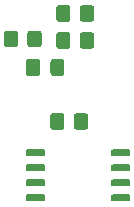
<source format=gbr>
G04 #@! TF.GenerationSoftware,KiCad,Pcbnew,5.1.5+dfsg1-2build2*
G04 #@! TF.CreationDate,2022-11-08T07:38:21+00:00*
G04 #@! TF.ProjectId,link-up-serial,6c696e6b-2d75-4702-9d73-657269616c2e,rev?*
G04 #@! TF.SameCoordinates,Original*
G04 #@! TF.FileFunction,Paste,Top*
G04 #@! TF.FilePolarity,Positive*
%FSLAX46Y46*%
G04 Gerber Fmt 4.6, Leading zero omitted, Abs format (unit mm)*
G04 Created by KiCad (PCBNEW 5.1.5+dfsg1-2build2) date 2022-11-08 07:38:21*
%MOMM*%
%LPD*%
G04 APERTURE LIST*
%ADD10C,0.100000*%
G04 APERTURE END LIST*
D10*
G36*
X111452703Y-115397722D02*
G01*
X111467264Y-115399882D01*
X111481543Y-115403459D01*
X111495403Y-115408418D01*
X111508710Y-115414712D01*
X111521336Y-115422280D01*
X111533159Y-115431048D01*
X111544066Y-115440934D01*
X111553952Y-115451841D01*
X111562720Y-115463664D01*
X111570288Y-115476290D01*
X111576582Y-115489597D01*
X111581541Y-115503457D01*
X111585118Y-115517736D01*
X111587278Y-115532297D01*
X111588000Y-115547000D01*
X111588000Y-115847000D01*
X111587278Y-115861703D01*
X111585118Y-115876264D01*
X111581541Y-115890543D01*
X111576582Y-115904403D01*
X111570288Y-115917710D01*
X111562720Y-115930336D01*
X111553952Y-115942159D01*
X111544066Y-115953066D01*
X111533159Y-115962952D01*
X111521336Y-115971720D01*
X111508710Y-115979288D01*
X111495403Y-115985582D01*
X111481543Y-115990541D01*
X111467264Y-115994118D01*
X111452703Y-115996278D01*
X111438000Y-115997000D01*
X110138000Y-115997000D01*
X110123297Y-115996278D01*
X110108736Y-115994118D01*
X110094457Y-115990541D01*
X110080597Y-115985582D01*
X110067290Y-115979288D01*
X110054664Y-115971720D01*
X110042841Y-115962952D01*
X110031934Y-115953066D01*
X110022048Y-115942159D01*
X110013280Y-115930336D01*
X110005712Y-115917710D01*
X109999418Y-115904403D01*
X109994459Y-115890543D01*
X109990882Y-115876264D01*
X109988722Y-115861703D01*
X109988000Y-115847000D01*
X109988000Y-115547000D01*
X109988722Y-115532297D01*
X109990882Y-115517736D01*
X109994459Y-115503457D01*
X109999418Y-115489597D01*
X110005712Y-115476290D01*
X110013280Y-115463664D01*
X110022048Y-115451841D01*
X110031934Y-115440934D01*
X110042841Y-115431048D01*
X110054664Y-115422280D01*
X110067290Y-115414712D01*
X110080597Y-115408418D01*
X110094457Y-115403459D01*
X110108736Y-115399882D01*
X110123297Y-115397722D01*
X110138000Y-115397000D01*
X111438000Y-115397000D01*
X111452703Y-115397722D01*
G37*
G36*
X111452703Y-116667722D02*
G01*
X111467264Y-116669882D01*
X111481543Y-116673459D01*
X111495403Y-116678418D01*
X111508710Y-116684712D01*
X111521336Y-116692280D01*
X111533159Y-116701048D01*
X111544066Y-116710934D01*
X111553952Y-116721841D01*
X111562720Y-116733664D01*
X111570288Y-116746290D01*
X111576582Y-116759597D01*
X111581541Y-116773457D01*
X111585118Y-116787736D01*
X111587278Y-116802297D01*
X111588000Y-116817000D01*
X111588000Y-117117000D01*
X111587278Y-117131703D01*
X111585118Y-117146264D01*
X111581541Y-117160543D01*
X111576582Y-117174403D01*
X111570288Y-117187710D01*
X111562720Y-117200336D01*
X111553952Y-117212159D01*
X111544066Y-117223066D01*
X111533159Y-117232952D01*
X111521336Y-117241720D01*
X111508710Y-117249288D01*
X111495403Y-117255582D01*
X111481543Y-117260541D01*
X111467264Y-117264118D01*
X111452703Y-117266278D01*
X111438000Y-117267000D01*
X110138000Y-117267000D01*
X110123297Y-117266278D01*
X110108736Y-117264118D01*
X110094457Y-117260541D01*
X110080597Y-117255582D01*
X110067290Y-117249288D01*
X110054664Y-117241720D01*
X110042841Y-117232952D01*
X110031934Y-117223066D01*
X110022048Y-117212159D01*
X110013280Y-117200336D01*
X110005712Y-117187710D01*
X109999418Y-117174403D01*
X109994459Y-117160543D01*
X109990882Y-117146264D01*
X109988722Y-117131703D01*
X109988000Y-117117000D01*
X109988000Y-116817000D01*
X109988722Y-116802297D01*
X109990882Y-116787736D01*
X109994459Y-116773457D01*
X109999418Y-116759597D01*
X110005712Y-116746290D01*
X110013280Y-116733664D01*
X110022048Y-116721841D01*
X110031934Y-116710934D01*
X110042841Y-116701048D01*
X110054664Y-116692280D01*
X110067290Y-116684712D01*
X110080597Y-116678418D01*
X110094457Y-116673459D01*
X110108736Y-116669882D01*
X110123297Y-116667722D01*
X110138000Y-116667000D01*
X111438000Y-116667000D01*
X111452703Y-116667722D01*
G37*
G36*
X111452703Y-117937722D02*
G01*
X111467264Y-117939882D01*
X111481543Y-117943459D01*
X111495403Y-117948418D01*
X111508710Y-117954712D01*
X111521336Y-117962280D01*
X111533159Y-117971048D01*
X111544066Y-117980934D01*
X111553952Y-117991841D01*
X111562720Y-118003664D01*
X111570288Y-118016290D01*
X111576582Y-118029597D01*
X111581541Y-118043457D01*
X111585118Y-118057736D01*
X111587278Y-118072297D01*
X111588000Y-118087000D01*
X111588000Y-118387000D01*
X111587278Y-118401703D01*
X111585118Y-118416264D01*
X111581541Y-118430543D01*
X111576582Y-118444403D01*
X111570288Y-118457710D01*
X111562720Y-118470336D01*
X111553952Y-118482159D01*
X111544066Y-118493066D01*
X111533159Y-118502952D01*
X111521336Y-118511720D01*
X111508710Y-118519288D01*
X111495403Y-118525582D01*
X111481543Y-118530541D01*
X111467264Y-118534118D01*
X111452703Y-118536278D01*
X111438000Y-118537000D01*
X110138000Y-118537000D01*
X110123297Y-118536278D01*
X110108736Y-118534118D01*
X110094457Y-118530541D01*
X110080597Y-118525582D01*
X110067290Y-118519288D01*
X110054664Y-118511720D01*
X110042841Y-118502952D01*
X110031934Y-118493066D01*
X110022048Y-118482159D01*
X110013280Y-118470336D01*
X110005712Y-118457710D01*
X109999418Y-118444403D01*
X109994459Y-118430543D01*
X109990882Y-118416264D01*
X109988722Y-118401703D01*
X109988000Y-118387000D01*
X109988000Y-118087000D01*
X109988722Y-118072297D01*
X109990882Y-118057736D01*
X109994459Y-118043457D01*
X109999418Y-118029597D01*
X110005712Y-118016290D01*
X110013280Y-118003664D01*
X110022048Y-117991841D01*
X110031934Y-117980934D01*
X110042841Y-117971048D01*
X110054664Y-117962280D01*
X110067290Y-117954712D01*
X110080597Y-117948418D01*
X110094457Y-117943459D01*
X110108736Y-117939882D01*
X110123297Y-117937722D01*
X110138000Y-117937000D01*
X111438000Y-117937000D01*
X111452703Y-117937722D01*
G37*
G36*
X111452703Y-119207722D02*
G01*
X111467264Y-119209882D01*
X111481543Y-119213459D01*
X111495403Y-119218418D01*
X111508710Y-119224712D01*
X111521336Y-119232280D01*
X111533159Y-119241048D01*
X111544066Y-119250934D01*
X111553952Y-119261841D01*
X111562720Y-119273664D01*
X111570288Y-119286290D01*
X111576582Y-119299597D01*
X111581541Y-119313457D01*
X111585118Y-119327736D01*
X111587278Y-119342297D01*
X111588000Y-119357000D01*
X111588000Y-119657000D01*
X111587278Y-119671703D01*
X111585118Y-119686264D01*
X111581541Y-119700543D01*
X111576582Y-119714403D01*
X111570288Y-119727710D01*
X111562720Y-119740336D01*
X111553952Y-119752159D01*
X111544066Y-119763066D01*
X111533159Y-119772952D01*
X111521336Y-119781720D01*
X111508710Y-119789288D01*
X111495403Y-119795582D01*
X111481543Y-119800541D01*
X111467264Y-119804118D01*
X111452703Y-119806278D01*
X111438000Y-119807000D01*
X110138000Y-119807000D01*
X110123297Y-119806278D01*
X110108736Y-119804118D01*
X110094457Y-119800541D01*
X110080597Y-119795582D01*
X110067290Y-119789288D01*
X110054664Y-119781720D01*
X110042841Y-119772952D01*
X110031934Y-119763066D01*
X110022048Y-119752159D01*
X110013280Y-119740336D01*
X110005712Y-119727710D01*
X109999418Y-119714403D01*
X109994459Y-119700543D01*
X109990882Y-119686264D01*
X109988722Y-119671703D01*
X109988000Y-119657000D01*
X109988000Y-119357000D01*
X109988722Y-119342297D01*
X109990882Y-119327736D01*
X109994459Y-119313457D01*
X109999418Y-119299597D01*
X110005712Y-119286290D01*
X110013280Y-119273664D01*
X110022048Y-119261841D01*
X110031934Y-119250934D01*
X110042841Y-119241048D01*
X110054664Y-119232280D01*
X110067290Y-119224712D01*
X110080597Y-119218418D01*
X110094457Y-119213459D01*
X110108736Y-119209882D01*
X110123297Y-119207722D01*
X110138000Y-119207000D01*
X111438000Y-119207000D01*
X111452703Y-119207722D01*
G37*
G36*
X104252703Y-119207722D02*
G01*
X104267264Y-119209882D01*
X104281543Y-119213459D01*
X104295403Y-119218418D01*
X104308710Y-119224712D01*
X104321336Y-119232280D01*
X104333159Y-119241048D01*
X104344066Y-119250934D01*
X104353952Y-119261841D01*
X104362720Y-119273664D01*
X104370288Y-119286290D01*
X104376582Y-119299597D01*
X104381541Y-119313457D01*
X104385118Y-119327736D01*
X104387278Y-119342297D01*
X104388000Y-119357000D01*
X104388000Y-119657000D01*
X104387278Y-119671703D01*
X104385118Y-119686264D01*
X104381541Y-119700543D01*
X104376582Y-119714403D01*
X104370288Y-119727710D01*
X104362720Y-119740336D01*
X104353952Y-119752159D01*
X104344066Y-119763066D01*
X104333159Y-119772952D01*
X104321336Y-119781720D01*
X104308710Y-119789288D01*
X104295403Y-119795582D01*
X104281543Y-119800541D01*
X104267264Y-119804118D01*
X104252703Y-119806278D01*
X104238000Y-119807000D01*
X102938000Y-119807000D01*
X102923297Y-119806278D01*
X102908736Y-119804118D01*
X102894457Y-119800541D01*
X102880597Y-119795582D01*
X102867290Y-119789288D01*
X102854664Y-119781720D01*
X102842841Y-119772952D01*
X102831934Y-119763066D01*
X102822048Y-119752159D01*
X102813280Y-119740336D01*
X102805712Y-119727710D01*
X102799418Y-119714403D01*
X102794459Y-119700543D01*
X102790882Y-119686264D01*
X102788722Y-119671703D01*
X102788000Y-119657000D01*
X102788000Y-119357000D01*
X102788722Y-119342297D01*
X102790882Y-119327736D01*
X102794459Y-119313457D01*
X102799418Y-119299597D01*
X102805712Y-119286290D01*
X102813280Y-119273664D01*
X102822048Y-119261841D01*
X102831934Y-119250934D01*
X102842841Y-119241048D01*
X102854664Y-119232280D01*
X102867290Y-119224712D01*
X102880597Y-119218418D01*
X102894457Y-119213459D01*
X102908736Y-119209882D01*
X102923297Y-119207722D01*
X102938000Y-119207000D01*
X104238000Y-119207000D01*
X104252703Y-119207722D01*
G37*
G36*
X104252703Y-117937722D02*
G01*
X104267264Y-117939882D01*
X104281543Y-117943459D01*
X104295403Y-117948418D01*
X104308710Y-117954712D01*
X104321336Y-117962280D01*
X104333159Y-117971048D01*
X104344066Y-117980934D01*
X104353952Y-117991841D01*
X104362720Y-118003664D01*
X104370288Y-118016290D01*
X104376582Y-118029597D01*
X104381541Y-118043457D01*
X104385118Y-118057736D01*
X104387278Y-118072297D01*
X104388000Y-118087000D01*
X104388000Y-118387000D01*
X104387278Y-118401703D01*
X104385118Y-118416264D01*
X104381541Y-118430543D01*
X104376582Y-118444403D01*
X104370288Y-118457710D01*
X104362720Y-118470336D01*
X104353952Y-118482159D01*
X104344066Y-118493066D01*
X104333159Y-118502952D01*
X104321336Y-118511720D01*
X104308710Y-118519288D01*
X104295403Y-118525582D01*
X104281543Y-118530541D01*
X104267264Y-118534118D01*
X104252703Y-118536278D01*
X104238000Y-118537000D01*
X102938000Y-118537000D01*
X102923297Y-118536278D01*
X102908736Y-118534118D01*
X102894457Y-118530541D01*
X102880597Y-118525582D01*
X102867290Y-118519288D01*
X102854664Y-118511720D01*
X102842841Y-118502952D01*
X102831934Y-118493066D01*
X102822048Y-118482159D01*
X102813280Y-118470336D01*
X102805712Y-118457710D01*
X102799418Y-118444403D01*
X102794459Y-118430543D01*
X102790882Y-118416264D01*
X102788722Y-118401703D01*
X102788000Y-118387000D01*
X102788000Y-118087000D01*
X102788722Y-118072297D01*
X102790882Y-118057736D01*
X102794459Y-118043457D01*
X102799418Y-118029597D01*
X102805712Y-118016290D01*
X102813280Y-118003664D01*
X102822048Y-117991841D01*
X102831934Y-117980934D01*
X102842841Y-117971048D01*
X102854664Y-117962280D01*
X102867290Y-117954712D01*
X102880597Y-117948418D01*
X102894457Y-117943459D01*
X102908736Y-117939882D01*
X102923297Y-117937722D01*
X102938000Y-117937000D01*
X104238000Y-117937000D01*
X104252703Y-117937722D01*
G37*
G36*
X104252703Y-116667722D02*
G01*
X104267264Y-116669882D01*
X104281543Y-116673459D01*
X104295403Y-116678418D01*
X104308710Y-116684712D01*
X104321336Y-116692280D01*
X104333159Y-116701048D01*
X104344066Y-116710934D01*
X104353952Y-116721841D01*
X104362720Y-116733664D01*
X104370288Y-116746290D01*
X104376582Y-116759597D01*
X104381541Y-116773457D01*
X104385118Y-116787736D01*
X104387278Y-116802297D01*
X104388000Y-116817000D01*
X104388000Y-117117000D01*
X104387278Y-117131703D01*
X104385118Y-117146264D01*
X104381541Y-117160543D01*
X104376582Y-117174403D01*
X104370288Y-117187710D01*
X104362720Y-117200336D01*
X104353952Y-117212159D01*
X104344066Y-117223066D01*
X104333159Y-117232952D01*
X104321336Y-117241720D01*
X104308710Y-117249288D01*
X104295403Y-117255582D01*
X104281543Y-117260541D01*
X104267264Y-117264118D01*
X104252703Y-117266278D01*
X104238000Y-117267000D01*
X102938000Y-117267000D01*
X102923297Y-117266278D01*
X102908736Y-117264118D01*
X102894457Y-117260541D01*
X102880597Y-117255582D01*
X102867290Y-117249288D01*
X102854664Y-117241720D01*
X102842841Y-117232952D01*
X102831934Y-117223066D01*
X102822048Y-117212159D01*
X102813280Y-117200336D01*
X102805712Y-117187710D01*
X102799418Y-117174403D01*
X102794459Y-117160543D01*
X102790882Y-117146264D01*
X102788722Y-117131703D01*
X102788000Y-117117000D01*
X102788000Y-116817000D01*
X102788722Y-116802297D01*
X102790882Y-116787736D01*
X102794459Y-116773457D01*
X102799418Y-116759597D01*
X102805712Y-116746290D01*
X102813280Y-116733664D01*
X102822048Y-116721841D01*
X102831934Y-116710934D01*
X102842841Y-116701048D01*
X102854664Y-116692280D01*
X102867290Y-116684712D01*
X102880597Y-116678418D01*
X102894457Y-116673459D01*
X102908736Y-116669882D01*
X102923297Y-116667722D01*
X102938000Y-116667000D01*
X104238000Y-116667000D01*
X104252703Y-116667722D01*
G37*
G36*
X104252703Y-115397722D02*
G01*
X104267264Y-115399882D01*
X104281543Y-115403459D01*
X104295403Y-115408418D01*
X104308710Y-115414712D01*
X104321336Y-115422280D01*
X104333159Y-115431048D01*
X104344066Y-115440934D01*
X104353952Y-115451841D01*
X104362720Y-115463664D01*
X104370288Y-115476290D01*
X104376582Y-115489597D01*
X104381541Y-115503457D01*
X104385118Y-115517736D01*
X104387278Y-115532297D01*
X104388000Y-115547000D01*
X104388000Y-115847000D01*
X104387278Y-115861703D01*
X104385118Y-115876264D01*
X104381541Y-115890543D01*
X104376582Y-115904403D01*
X104370288Y-115917710D01*
X104362720Y-115930336D01*
X104353952Y-115942159D01*
X104344066Y-115953066D01*
X104333159Y-115962952D01*
X104321336Y-115971720D01*
X104308710Y-115979288D01*
X104295403Y-115985582D01*
X104281543Y-115990541D01*
X104267264Y-115994118D01*
X104252703Y-115996278D01*
X104238000Y-115997000D01*
X102938000Y-115997000D01*
X102923297Y-115996278D01*
X102908736Y-115994118D01*
X102894457Y-115990541D01*
X102880597Y-115985582D01*
X102867290Y-115979288D01*
X102854664Y-115971720D01*
X102842841Y-115962952D01*
X102831934Y-115953066D01*
X102822048Y-115942159D01*
X102813280Y-115930336D01*
X102805712Y-115917710D01*
X102799418Y-115904403D01*
X102794459Y-115890543D01*
X102790882Y-115876264D01*
X102788722Y-115861703D01*
X102788000Y-115847000D01*
X102788000Y-115547000D01*
X102788722Y-115532297D01*
X102790882Y-115517736D01*
X102794459Y-115503457D01*
X102799418Y-115489597D01*
X102805712Y-115476290D01*
X102813280Y-115463664D01*
X102822048Y-115451841D01*
X102831934Y-115440934D01*
X102842841Y-115431048D01*
X102854664Y-115422280D01*
X102867290Y-115414712D01*
X102880597Y-115408418D01*
X102894457Y-115403459D01*
X102908736Y-115399882D01*
X102923297Y-115397722D01*
X102938000Y-115397000D01*
X104238000Y-115397000D01*
X104252703Y-115397722D01*
G37*
G36*
X101863505Y-105346204D02*
G01*
X101887773Y-105349804D01*
X101911572Y-105355765D01*
X101934671Y-105364030D01*
X101956850Y-105374520D01*
X101977893Y-105387132D01*
X101997599Y-105401747D01*
X102015777Y-105418223D01*
X102032253Y-105436401D01*
X102046868Y-105456107D01*
X102059480Y-105477150D01*
X102069970Y-105499329D01*
X102078235Y-105522428D01*
X102084196Y-105546227D01*
X102087796Y-105570495D01*
X102089000Y-105594999D01*
X102089000Y-106495001D01*
X102087796Y-106519505D01*
X102084196Y-106543773D01*
X102078235Y-106567572D01*
X102069970Y-106590671D01*
X102059480Y-106612850D01*
X102046868Y-106633893D01*
X102032253Y-106653599D01*
X102015777Y-106671777D01*
X101997599Y-106688253D01*
X101977893Y-106702868D01*
X101956850Y-106715480D01*
X101934671Y-106725970D01*
X101911572Y-106734235D01*
X101887773Y-106740196D01*
X101863505Y-106743796D01*
X101839001Y-106745000D01*
X101138999Y-106745000D01*
X101114495Y-106743796D01*
X101090227Y-106740196D01*
X101066428Y-106734235D01*
X101043329Y-106725970D01*
X101021150Y-106715480D01*
X101000107Y-106702868D01*
X100980401Y-106688253D01*
X100962223Y-106671777D01*
X100945747Y-106653599D01*
X100931132Y-106633893D01*
X100918520Y-106612850D01*
X100908030Y-106590671D01*
X100899765Y-106567572D01*
X100893804Y-106543773D01*
X100890204Y-106519505D01*
X100889000Y-106495001D01*
X100889000Y-105594999D01*
X100890204Y-105570495D01*
X100893804Y-105546227D01*
X100899765Y-105522428D01*
X100908030Y-105499329D01*
X100918520Y-105477150D01*
X100931132Y-105456107D01*
X100945747Y-105436401D01*
X100962223Y-105418223D01*
X100980401Y-105401747D01*
X101000107Y-105387132D01*
X101021150Y-105374520D01*
X101043329Y-105364030D01*
X101066428Y-105355765D01*
X101090227Y-105349804D01*
X101114495Y-105346204D01*
X101138999Y-105345000D01*
X101839001Y-105345000D01*
X101863505Y-105346204D01*
G37*
G36*
X103863505Y-105346204D02*
G01*
X103887773Y-105349804D01*
X103911572Y-105355765D01*
X103934671Y-105364030D01*
X103956850Y-105374520D01*
X103977893Y-105387132D01*
X103997599Y-105401747D01*
X104015777Y-105418223D01*
X104032253Y-105436401D01*
X104046868Y-105456107D01*
X104059480Y-105477150D01*
X104069970Y-105499329D01*
X104078235Y-105522428D01*
X104084196Y-105546227D01*
X104087796Y-105570495D01*
X104089000Y-105594999D01*
X104089000Y-106495001D01*
X104087796Y-106519505D01*
X104084196Y-106543773D01*
X104078235Y-106567572D01*
X104069970Y-106590671D01*
X104059480Y-106612850D01*
X104046868Y-106633893D01*
X104032253Y-106653599D01*
X104015777Y-106671777D01*
X103997599Y-106688253D01*
X103977893Y-106702868D01*
X103956850Y-106715480D01*
X103934671Y-106725970D01*
X103911572Y-106734235D01*
X103887773Y-106740196D01*
X103863505Y-106743796D01*
X103839001Y-106745000D01*
X103138999Y-106745000D01*
X103114495Y-106743796D01*
X103090227Y-106740196D01*
X103066428Y-106734235D01*
X103043329Y-106725970D01*
X103021150Y-106715480D01*
X103000107Y-106702868D01*
X102980401Y-106688253D01*
X102962223Y-106671777D01*
X102945747Y-106653599D01*
X102931132Y-106633893D01*
X102918520Y-106612850D01*
X102908030Y-106590671D01*
X102899765Y-106567572D01*
X102893804Y-106543773D01*
X102890204Y-106519505D01*
X102889000Y-106495001D01*
X102889000Y-105594999D01*
X102890204Y-105570495D01*
X102893804Y-105546227D01*
X102899765Y-105522428D01*
X102908030Y-105499329D01*
X102918520Y-105477150D01*
X102931132Y-105456107D01*
X102945747Y-105436401D01*
X102962223Y-105418223D01*
X102980401Y-105401747D01*
X103000107Y-105387132D01*
X103021150Y-105374520D01*
X103043329Y-105364030D01*
X103066428Y-105355765D01*
X103090227Y-105349804D01*
X103114495Y-105346204D01*
X103138999Y-105345000D01*
X103839001Y-105345000D01*
X103863505Y-105346204D01*
G37*
G36*
X105800505Y-112331204D02*
G01*
X105824773Y-112334804D01*
X105848572Y-112340765D01*
X105871671Y-112349030D01*
X105893850Y-112359520D01*
X105914893Y-112372132D01*
X105934599Y-112386747D01*
X105952777Y-112403223D01*
X105969253Y-112421401D01*
X105983868Y-112441107D01*
X105996480Y-112462150D01*
X106006970Y-112484329D01*
X106015235Y-112507428D01*
X106021196Y-112531227D01*
X106024796Y-112555495D01*
X106026000Y-112579999D01*
X106026000Y-113480001D01*
X106024796Y-113504505D01*
X106021196Y-113528773D01*
X106015235Y-113552572D01*
X106006970Y-113575671D01*
X105996480Y-113597850D01*
X105983868Y-113618893D01*
X105969253Y-113638599D01*
X105952777Y-113656777D01*
X105934599Y-113673253D01*
X105914893Y-113687868D01*
X105893850Y-113700480D01*
X105871671Y-113710970D01*
X105848572Y-113719235D01*
X105824773Y-113725196D01*
X105800505Y-113728796D01*
X105776001Y-113730000D01*
X105075999Y-113730000D01*
X105051495Y-113728796D01*
X105027227Y-113725196D01*
X105003428Y-113719235D01*
X104980329Y-113710970D01*
X104958150Y-113700480D01*
X104937107Y-113687868D01*
X104917401Y-113673253D01*
X104899223Y-113656777D01*
X104882747Y-113638599D01*
X104868132Y-113618893D01*
X104855520Y-113597850D01*
X104845030Y-113575671D01*
X104836765Y-113552572D01*
X104830804Y-113528773D01*
X104827204Y-113504505D01*
X104826000Y-113480001D01*
X104826000Y-112579999D01*
X104827204Y-112555495D01*
X104830804Y-112531227D01*
X104836765Y-112507428D01*
X104845030Y-112484329D01*
X104855520Y-112462150D01*
X104868132Y-112441107D01*
X104882747Y-112421401D01*
X104899223Y-112403223D01*
X104917401Y-112386747D01*
X104937107Y-112372132D01*
X104958150Y-112359520D01*
X104980329Y-112349030D01*
X105003428Y-112340765D01*
X105027227Y-112334804D01*
X105051495Y-112331204D01*
X105075999Y-112330000D01*
X105776001Y-112330000D01*
X105800505Y-112331204D01*
G37*
G36*
X107800505Y-112331204D02*
G01*
X107824773Y-112334804D01*
X107848572Y-112340765D01*
X107871671Y-112349030D01*
X107893850Y-112359520D01*
X107914893Y-112372132D01*
X107934599Y-112386747D01*
X107952777Y-112403223D01*
X107969253Y-112421401D01*
X107983868Y-112441107D01*
X107996480Y-112462150D01*
X108006970Y-112484329D01*
X108015235Y-112507428D01*
X108021196Y-112531227D01*
X108024796Y-112555495D01*
X108026000Y-112579999D01*
X108026000Y-113480001D01*
X108024796Y-113504505D01*
X108021196Y-113528773D01*
X108015235Y-113552572D01*
X108006970Y-113575671D01*
X107996480Y-113597850D01*
X107983868Y-113618893D01*
X107969253Y-113638599D01*
X107952777Y-113656777D01*
X107934599Y-113673253D01*
X107914893Y-113687868D01*
X107893850Y-113700480D01*
X107871671Y-113710970D01*
X107848572Y-113719235D01*
X107824773Y-113725196D01*
X107800505Y-113728796D01*
X107776001Y-113730000D01*
X107075999Y-113730000D01*
X107051495Y-113728796D01*
X107027227Y-113725196D01*
X107003428Y-113719235D01*
X106980329Y-113710970D01*
X106958150Y-113700480D01*
X106937107Y-113687868D01*
X106917401Y-113673253D01*
X106899223Y-113656777D01*
X106882747Y-113638599D01*
X106868132Y-113618893D01*
X106855520Y-113597850D01*
X106845030Y-113575671D01*
X106836765Y-113552572D01*
X106830804Y-113528773D01*
X106827204Y-113504505D01*
X106826000Y-113480001D01*
X106826000Y-112579999D01*
X106827204Y-112555495D01*
X106830804Y-112531227D01*
X106836765Y-112507428D01*
X106845030Y-112484329D01*
X106855520Y-112462150D01*
X106868132Y-112441107D01*
X106882747Y-112421401D01*
X106899223Y-112403223D01*
X106917401Y-112386747D01*
X106937107Y-112372132D01*
X106958150Y-112359520D01*
X106980329Y-112349030D01*
X107003428Y-112340765D01*
X107027227Y-112334804D01*
X107051495Y-112331204D01*
X107075999Y-112330000D01*
X107776001Y-112330000D01*
X107800505Y-112331204D01*
G37*
G36*
X106308505Y-103187204D02*
G01*
X106332773Y-103190804D01*
X106356572Y-103196765D01*
X106379671Y-103205030D01*
X106401850Y-103215520D01*
X106422893Y-103228132D01*
X106442599Y-103242747D01*
X106460777Y-103259223D01*
X106477253Y-103277401D01*
X106491868Y-103297107D01*
X106504480Y-103318150D01*
X106514970Y-103340329D01*
X106523235Y-103363428D01*
X106529196Y-103387227D01*
X106532796Y-103411495D01*
X106534000Y-103435999D01*
X106534000Y-104336001D01*
X106532796Y-104360505D01*
X106529196Y-104384773D01*
X106523235Y-104408572D01*
X106514970Y-104431671D01*
X106504480Y-104453850D01*
X106491868Y-104474893D01*
X106477253Y-104494599D01*
X106460777Y-104512777D01*
X106442599Y-104529253D01*
X106422893Y-104543868D01*
X106401850Y-104556480D01*
X106379671Y-104566970D01*
X106356572Y-104575235D01*
X106332773Y-104581196D01*
X106308505Y-104584796D01*
X106284001Y-104586000D01*
X105583999Y-104586000D01*
X105559495Y-104584796D01*
X105535227Y-104581196D01*
X105511428Y-104575235D01*
X105488329Y-104566970D01*
X105466150Y-104556480D01*
X105445107Y-104543868D01*
X105425401Y-104529253D01*
X105407223Y-104512777D01*
X105390747Y-104494599D01*
X105376132Y-104474893D01*
X105363520Y-104453850D01*
X105353030Y-104431671D01*
X105344765Y-104408572D01*
X105338804Y-104384773D01*
X105335204Y-104360505D01*
X105334000Y-104336001D01*
X105334000Y-103435999D01*
X105335204Y-103411495D01*
X105338804Y-103387227D01*
X105344765Y-103363428D01*
X105353030Y-103340329D01*
X105363520Y-103318150D01*
X105376132Y-103297107D01*
X105390747Y-103277401D01*
X105407223Y-103259223D01*
X105425401Y-103242747D01*
X105445107Y-103228132D01*
X105466150Y-103215520D01*
X105488329Y-103205030D01*
X105511428Y-103196765D01*
X105535227Y-103190804D01*
X105559495Y-103187204D01*
X105583999Y-103186000D01*
X106284001Y-103186000D01*
X106308505Y-103187204D01*
G37*
G36*
X108308505Y-103187204D02*
G01*
X108332773Y-103190804D01*
X108356572Y-103196765D01*
X108379671Y-103205030D01*
X108401850Y-103215520D01*
X108422893Y-103228132D01*
X108442599Y-103242747D01*
X108460777Y-103259223D01*
X108477253Y-103277401D01*
X108491868Y-103297107D01*
X108504480Y-103318150D01*
X108514970Y-103340329D01*
X108523235Y-103363428D01*
X108529196Y-103387227D01*
X108532796Y-103411495D01*
X108534000Y-103435999D01*
X108534000Y-104336001D01*
X108532796Y-104360505D01*
X108529196Y-104384773D01*
X108523235Y-104408572D01*
X108514970Y-104431671D01*
X108504480Y-104453850D01*
X108491868Y-104474893D01*
X108477253Y-104494599D01*
X108460777Y-104512777D01*
X108442599Y-104529253D01*
X108422893Y-104543868D01*
X108401850Y-104556480D01*
X108379671Y-104566970D01*
X108356572Y-104575235D01*
X108332773Y-104581196D01*
X108308505Y-104584796D01*
X108284001Y-104586000D01*
X107583999Y-104586000D01*
X107559495Y-104584796D01*
X107535227Y-104581196D01*
X107511428Y-104575235D01*
X107488329Y-104566970D01*
X107466150Y-104556480D01*
X107445107Y-104543868D01*
X107425401Y-104529253D01*
X107407223Y-104512777D01*
X107390747Y-104494599D01*
X107376132Y-104474893D01*
X107363520Y-104453850D01*
X107353030Y-104431671D01*
X107344765Y-104408572D01*
X107338804Y-104384773D01*
X107335204Y-104360505D01*
X107334000Y-104336001D01*
X107334000Y-103435999D01*
X107335204Y-103411495D01*
X107338804Y-103387227D01*
X107344765Y-103363428D01*
X107353030Y-103340329D01*
X107363520Y-103318150D01*
X107376132Y-103297107D01*
X107390747Y-103277401D01*
X107407223Y-103259223D01*
X107425401Y-103242747D01*
X107445107Y-103228132D01*
X107466150Y-103215520D01*
X107488329Y-103205030D01*
X107511428Y-103196765D01*
X107535227Y-103190804D01*
X107559495Y-103187204D01*
X107583999Y-103186000D01*
X108284001Y-103186000D01*
X108308505Y-103187204D01*
G37*
G36*
X106308505Y-105473204D02*
G01*
X106332773Y-105476804D01*
X106356572Y-105482765D01*
X106379671Y-105491030D01*
X106401850Y-105501520D01*
X106422893Y-105514132D01*
X106442599Y-105528747D01*
X106460777Y-105545223D01*
X106477253Y-105563401D01*
X106491868Y-105583107D01*
X106504480Y-105604150D01*
X106514970Y-105626329D01*
X106523235Y-105649428D01*
X106529196Y-105673227D01*
X106532796Y-105697495D01*
X106534000Y-105721999D01*
X106534000Y-106622001D01*
X106532796Y-106646505D01*
X106529196Y-106670773D01*
X106523235Y-106694572D01*
X106514970Y-106717671D01*
X106504480Y-106739850D01*
X106491868Y-106760893D01*
X106477253Y-106780599D01*
X106460777Y-106798777D01*
X106442599Y-106815253D01*
X106422893Y-106829868D01*
X106401850Y-106842480D01*
X106379671Y-106852970D01*
X106356572Y-106861235D01*
X106332773Y-106867196D01*
X106308505Y-106870796D01*
X106284001Y-106872000D01*
X105583999Y-106872000D01*
X105559495Y-106870796D01*
X105535227Y-106867196D01*
X105511428Y-106861235D01*
X105488329Y-106852970D01*
X105466150Y-106842480D01*
X105445107Y-106829868D01*
X105425401Y-106815253D01*
X105407223Y-106798777D01*
X105390747Y-106780599D01*
X105376132Y-106760893D01*
X105363520Y-106739850D01*
X105353030Y-106717671D01*
X105344765Y-106694572D01*
X105338804Y-106670773D01*
X105335204Y-106646505D01*
X105334000Y-106622001D01*
X105334000Y-105721999D01*
X105335204Y-105697495D01*
X105338804Y-105673227D01*
X105344765Y-105649428D01*
X105353030Y-105626329D01*
X105363520Y-105604150D01*
X105376132Y-105583107D01*
X105390747Y-105563401D01*
X105407223Y-105545223D01*
X105425401Y-105528747D01*
X105445107Y-105514132D01*
X105466150Y-105501520D01*
X105488329Y-105491030D01*
X105511428Y-105482765D01*
X105535227Y-105476804D01*
X105559495Y-105473204D01*
X105583999Y-105472000D01*
X106284001Y-105472000D01*
X106308505Y-105473204D01*
G37*
G36*
X108308505Y-105473204D02*
G01*
X108332773Y-105476804D01*
X108356572Y-105482765D01*
X108379671Y-105491030D01*
X108401850Y-105501520D01*
X108422893Y-105514132D01*
X108442599Y-105528747D01*
X108460777Y-105545223D01*
X108477253Y-105563401D01*
X108491868Y-105583107D01*
X108504480Y-105604150D01*
X108514970Y-105626329D01*
X108523235Y-105649428D01*
X108529196Y-105673227D01*
X108532796Y-105697495D01*
X108534000Y-105721999D01*
X108534000Y-106622001D01*
X108532796Y-106646505D01*
X108529196Y-106670773D01*
X108523235Y-106694572D01*
X108514970Y-106717671D01*
X108504480Y-106739850D01*
X108491868Y-106760893D01*
X108477253Y-106780599D01*
X108460777Y-106798777D01*
X108442599Y-106815253D01*
X108422893Y-106829868D01*
X108401850Y-106842480D01*
X108379671Y-106852970D01*
X108356572Y-106861235D01*
X108332773Y-106867196D01*
X108308505Y-106870796D01*
X108284001Y-106872000D01*
X107583999Y-106872000D01*
X107559495Y-106870796D01*
X107535227Y-106867196D01*
X107511428Y-106861235D01*
X107488329Y-106852970D01*
X107466150Y-106842480D01*
X107445107Y-106829868D01*
X107425401Y-106815253D01*
X107407223Y-106798777D01*
X107390747Y-106780599D01*
X107376132Y-106760893D01*
X107363520Y-106739850D01*
X107353030Y-106717671D01*
X107344765Y-106694572D01*
X107338804Y-106670773D01*
X107335204Y-106646505D01*
X107334000Y-106622001D01*
X107334000Y-105721999D01*
X107335204Y-105697495D01*
X107338804Y-105673227D01*
X107344765Y-105649428D01*
X107353030Y-105626329D01*
X107363520Y-105604150D01*
X107376132Y-105583107D01*
X107390747Y-105563401D01*
X107407223Y-105545223D01*
X107425401Y-105528747D01*
X107445107Y-105514132D01*
X107466150Y-105501520D01*
X107488329Y-105491030D01*
X107511428Y-105482765D01*
X107535227Y-105476804D01*
X107559495Y-105473204D01*
X107583999Y-105472000D01*
X108284001Y-105472000D01*
X108308505Y-105473204D01*
G37*
G36*
X105793504Y-107734204D02*
G01*
X105817773Y-107737804D01*
X105841571Y-107743765D01*
X105864671Y-107752030D01*
X105886849Y-107762520D01*
X105907893Y-107775133D01*
X105927598Y-107789747D01*
X105945777Y-107806223D01*
X105962253Y-107824402D01*
X105976867Y-107844107D01*
X105989480Y-107865151D01*
X105999970Y-107887329D01*
X106008235Y-107910429D01*
X106014196Y-107934227D01*
X106017796Y-107958496D01*
X106019000Y-107983000D01*
X106019000Y-108933000D01*
X106017796Y-108957504D01*
X106014196Y-108981773D01*
X106008235Y-109005571D01*
X105999970Y-109028671D01*
X105989480Y-109050849D01*
X105976867Y-109071893D01*
X105962253Y-109091598D01*
X105945777Y-109109777D01*
X105927598Y-109126253D01*
X105907893Y-109140867D01*
X105886849Y-109153480D01*
X105864671Y-109163970D01*
X105841571Y-109172235D01*
X105817773Y-109178196D01*
X105793504Y-109181796D01*
X105769000Y-109183000D01*
X105094000Y-109183000D01*
X105069496Y-109181796D01*
X105045227Y-109178196D01*
X105021429Y-109172235D01*
X104998329Y-109163970D01*
X104976151Y-109153480D01*
X104955107Y-109140867D01*
X104935402Y-109126253D01*
X104917223Y-109109777D01*
X104900747Y-109091598D01*
X104886133Y-109071893D01*
X104873520Y-109050849D01*
X104863030Y-109028671D01*
X104854765Y-109005571D01*
X104848804Y-108981773D01*
X104845204Y-108957504D01*
X104844000Y-108933000D01*
X104844000Y-107983000D01*
X104845204Y-107958496D01*
X104848804Y-107934227D01*
X104854765Y-107910429D01*
X104863030Y-107887329D01*
X104873520Y-107865151D01*
X104886133Y-107844107D01*
X104900747Y-107824402D01*
X104917223Y-107806223D01*
X104935402Y-107789747D01*
X104955107Y-107775133D01*
X104976151Y-107762520D01*
X104998329Y-107752030D01*
X105021429Y-107743765D01*
X105045227Y-107737804D01*
X105069496Y-107734204D01*
X105094000Y-107733000D01*
X105769000Y-107733000D01*
X105793504Y-107734204D01*
G37*
G36*
X103718504Y-107734204D02*
G01*
X103742773Y-107737804D01*
X103766571Y-107743765D01*
X103789671Y-107752030D01*
X103811849Y-107762520D01*
X103832893Y-107775133D01*
X103852598Y-107789747D01*
X103870777Y-107806223D01*
X103887253Y-107824402D01*
X103901867Y-107844107D01*
X103914480Y-107865151D01*
X103924970Y-107887329D01*
X103933235Y-107910429D01*
X103939196Y-107934227D01*
X103942796Y-107958496D01*
X103944000Y-107983000D01*
X103944000Y-108933000D01*
X103942796Y-108957504D01*
X103939196Y-108981773D01*
X103933235Y-109005571D01*
X103924970Y-109028671D01*
X103914480Y-109050849D01*
X103901867Y-109071893D01*
X103887253Y-109091598D01*
X103870777Y-109109777D01*
X103852598Y-109126253D01*
X103832893Y-109140867D01*
X103811849Y-109153480D01*
X103789671Y-109163970D01*
X103766571Y-109172235D01*
X103742773Y-109178196D01*
X103718504Y-109181796D01*
X103694000Y-109183000D01*
X103019000Y-109183000D01*
X102994496Y-109181796D01*
X102970227Y-109178196D01*
X102946429Y-109172235D01*
X102923329Y-109163970D01*
X102901151Y-109153480D01*
X102880107Y-109140867D01*
X102860402Y-109126253D01*
X102842223Y-109109777D01*
X102825747Y-109091598D01*
X102811133Y-109071893D01*
X102798520Y-109050849D01*
X102788030Y-109028671D01*
X102779765Y-109005571D01*
X102773804Y-108981773D01*
X102770204Y-108957504D01*
X102769000Y-108933000D01*
X102769000Y-107983000D01*
X102770204Y-107958496D01*
X102773804Y-107934227D01*
X102779765Y-107910429D01*
X102788030Y-107887329D01*
X102798520Y-107865151D01*
X102811133Y-107844107D01*
X102825747Y-107824402D01*
X102842223Y-107806223D01*
X102860402Y-107789747D01*
X102880107Y-107775133D01*
X102901151Y-107762520D01*
X102923329Y-107752030D01*
X102946429Y-107743765D01*
X102970227Y-107737804D01*
X102994496Y-107734204D01*
X103019000Y-107733000D01*
X103694000Y-107733000D01*
X103718504Y-107734204D01*
G37*
M02*

</source>
